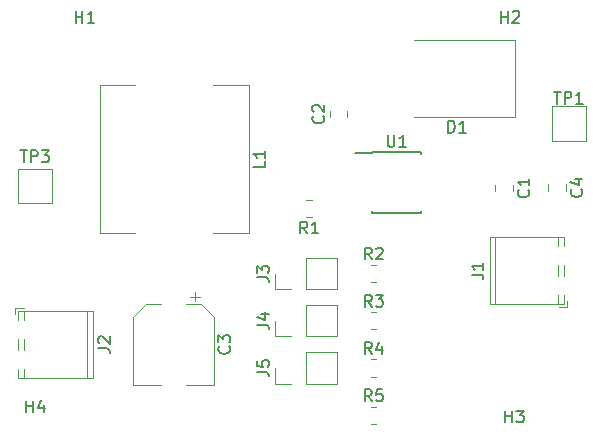
<source format=gbr>
%TF.GenerationSoftware,KiCad,Pcbnew,7.0.1*%
%TF.CreationDate,2023-04-21T16:13:52+02:00*%
%TF.ProjectId,sistabossen,73697374-6162-46f7-9373-656e2e6b6963,rev?*%
%TF.SameCoordinates,Original*%
%TF.FileFunction,Legend,Top*%
%TF.FilePolarity,Positive*%
%FSLAX46Y46*%
G04 Gerber Fmt 4.6, Leading zero omitted, Abs format (unit mm)*
G04 Created by KiCad (PCBNEW 7.0.1) date 2023-04-21 16:13:52*
%MOMM*%
%LPD*%
G01*
G04 APERTURE LIST*
%ADD10C,0.150000*%
%ADD11C,0.120000*%
G04 APERTURE END LIST*
D10*
%TO.C,U1*%
X101138095Y-53959675D02*
X101138095Y-54769198D01*
X101138095Y-54769198D02*
X101185714Y-54864436D01*
X101185714Y-54864436D02*
X101233333Y-54912056D01*
X101233333Y-54912056D02*
X101328571Y-54959675D01*
X101328571Y-54959675D02*
X101519047Y-54959675D01*
X101519047Y-54959675D02*
X101614285Y-54912056D01*
X101614285Y-54912056D02*
X101661904Y-54864436D01*
X101661904Y-54864436D02*
X101709523Y-54769198D01*
X101709523Y-54769198D02*
X101709523Y-53959675D01*
X102709523Y-54959675D02*
X102138095Y-54959675D01*
X102423809Y-54959675D02*
X102423809Y-53959675D01*
X102423809Y-53959675D02*
X102328571Y-54102532D01*
X102328571Y-54102532D02*
X102233333Y-54197770D01*
X102233333Y-54197770D02*
X102138095Y-54245389D01*
%TO.C,C4*%
X117547380Y-58579166D02*
X117595000Y-58626785D01*
X117595000Y-58626785D02*
X117642619Y-58769642D01*
X117642619Y-58769642D02*
X117642619Y-58864880D01*
X117642619Y-58864880D02*
X117595000Y-59007737D01*
X117595000Y-59007737D02*
X117499761Y-59102975D01*
X117499761Y-59102975D02*
X117404523Y-59150594D01*
X117404523Y-59150594D02*
X117214047Y-59198213D01*
X117214047Y-59198213D02*
X117071190Y-59198213D01*
X117071190Y-59198213D02*
X116880714Y-59150594D01*
X116880714Y-59150594D02*
X116785476Y-59102975D01*
X116785476Y-59102975D02*
X116690238Y-59007737D01*
X116690238Y-59007737D02*
X116642619Y-58864880D01*
X116642619Y-58864880D02*
X116642619Y-58769642D01*
X116642619Y-58769642D02*
X116690238Y-58626785D01*
X116690238Y-58626785D02*
X116737857Y-58579166D01*
X116975952Y-57722023D02*
X117642619Y-57722023D01*
X116595000Y-57960118D02*
X117309285Y-58198213D01*
X117309285Y-58198213D02*
X117309285Y-57579166D01*
%TO.C,J2*%
X76622619Y-72030389D02*
X77336904Y-72030389D01*
X77336904Y-72030389D02*
X77479761Y-72078008D01*
X77479761Y-72078008D02*
X77575000Y-72173246D01*
X77575000Y-72173246D02*
X77622619Y-72316103D01*
X77622619Y-72316103D02*
X77622619Y-72411341D01*
X76717857Y-71601817D02*
X76670238Y-71554198D01*
X76670238Y-71554198D02*
X76622619Y-71458960D01*
X76622619Y-71458960D02*
X76622619Y-71220865D01*
X76622619Y-71220865D02*
X76670238Y-71125627D01*
X76670238Y-71125627D02*
X76717857Y-71078008D01*
X76717857Y-71078008D02*
X76813095Y-71030389D01*
X76813095Y-71030389D02*
X76908333Y-71030389D01*
X76908333Y-71030389D02*
X77051190Y-71078008D01*
X77051190Y-71078008D02*
X77622619Y-71649436D01*
X77622619Y-71649436D02*
X77622619Y-71030389D01*
%TO.C,J3*%
X90092619Y-66030389D02*
X90806904Y-66030389D01*
X90806904Y-66030389D02*
X90949761Y-66078008D01*
X90949761Y-66078008D02*
X91045000Y-66173246D01*
X91045000Y-66173246D02*
X91092619Y-66316103D01*
X91092619Y-66316103D02*
X91092619Y-66411341D01*
X90092619Y-65649436D02*
X90092619Y-65030389D01*
X90092619Y-65030389D02*
X90473571Y-65363722D01*
X90473571Y-65363722D02*
X90473571Y-65220865D01*
X90473571Y-65220865D02*
X90521190Y-65125627D01*
X90521190Y-65125627D02*
X90568809Y-65078008D01*
X90568809Y-65078008D02*
X90664047Y-65030389D01*
X90664047Y-65030389D02*
X90902142Y-65030389D01*
X90902142Y-65030389D02*
X90997380Y-65078008D01*
X90997380Y-65078008D02*
X91045000Y-65125627D01*
X91045000Y-65125627D02*
X91092619Y-65220865D01*
X91092619Y-65220865D02*
X91092619Y-65506579D01*
X91092619Y-65506579D02*
X91045000Y-65601817D01*
X91045000Y-65601817D02*
X90997380Y-65649436D01*
%TO.C,J5*%
X90092619Y-74030389D02*
X90806904Y-74030389D01*
X90806904Y-74030389D02*
X90949761Y-74078008D01*
X90949761Y-74078008D02*
X91045000Y-74173246D01*
X91045000Y-74173246D02*
X91092619Y-74316103D01*
X91092619Y-74316103D02*
X91092619Y-74411341D01*
X90092619Y-73078008D02*
X90092619Y-73554198D01*
X90092619Y-73554198D02*
X90568809Y-73601817D01*
X90568809Y-73601817D02*
X90521190Y-73554198D01*
X90521190Y-73554198D02*
X90473571Y-73458960D01*
X90473571Y-73458960D02*
X90473571Y-73220865D01*
X90473571Y-73220865D02*
X90521190Y-73125627D01*
X90521190Y-73125627D02*
X90568809Y-73078008D01*
X90568809Y-73078008D02*
X90664047Y-73030389D01*
X90664047Y-73030389D02*
X90902142Y-73030389D01*
X90902142Y-73030389D02*
X90997380Y-73078008D01*
X90997380Y-73078008D02*
X91045000Y-73125627D01*
X91045000Y-73125627D02*
X91092619Y-73220865D01*
X91092619Y-73220865D02*
X91092619Y-73458960D01*
X91092619Y-73458960D02*
X91045000Y-73554198D01*
X91045000Y-73554198D02*
X90997380Y-73601817D01*
%TO.C,C1*%
X113047380Y-58616666D02*
X113095000Y-58664285D01*
X113095000Y-58664285D02*
X113142619Y-58807142D01*
X113142619Y-58807142D02*
X113142619Y-58902380D01*
X113142619Y-58902380D02*
X113095000Y-59045237D01*
X113095000Y-59045237D02*
X112999761Y-59140475D01*
X112999761Y-59140475D02*
X112904523Y-59188094D01*
X112904523Y-59188094D02*
X112714047Y-59235713D01*
X112714047Y-59235713D02*
X112571190Y-59235713D01*
X112571190Y-59235713D02*
X112380714Y-59188094D01*
X112380714Y-59188094D02*
X112285476Y-59140475D01*
X112285476Y-59140475D02*
X112190238Y-59045237D01*
X112190238Y-59045237D02*
X112142619Y-58902380D01*
X112142619Y-58902380D02*
X112142619Y-58807142D01*
X112142619Y-58807142D02*
X112190238Y-58664285D01*
X112190238Y-58664285D02*
X112237857Y-58616666D01*
X113142619Y-57664285D02*
X113142619Y-58235713D01*
X113142619Y-57949999D02*
X112142619Y-57949999D01*
X112142619Y-57949999D02*
X112285476Y-58045237D01*
X112285476Y-58045237D02*
X112380714Y-58140475D01*
X112380714Y-58140475D02*
X112428333Y-58235713D01*
%TO.C,J4*%
X90092619Y-70030389D02*
X90806904Y-70030389D01*
X90806904Y-70030389D02*
X90949761Y-70078008D01*
X90949761Y-70078008D02*
X91045000Y-70173246D01*
X91045000Y-70173246D02*
X91092619Y-70316103D01*
X91092619Y-70316103D02*
X91092619Y-70411341D01*
X90425952Y-69125627D02*
X91092619Y-69125627D01*
X90045000Y-69363722D02*
X90759285Y-69601817D01*
X90759285Y-69601817D02*
X90759285Y-68982770D01*
%TO.C,J1*%
X108262619Y-65800389D02*
X108976904Y-65800389D01*
X108976904Y-65800389D02*
X109119761Y-65848008D01*
X109119761Y-65848008D02*
X109215000Y-65943246D01*
X109215000Y-65943246D02*
X109262619Y-66086103D01*
X109262619Y-66086103D02*
X109262619Y-66181341D01*
X109262619Y-64800389D02*
X109262619Y-65371817D01*
X109262619Y-65086103D02*
X108262619Y-65086103D01*
X108262619Y-65086103D02*
X108405476Y-65181341D01*
X108405476Y-65181341D02*
X108500714Y-65276579D01*
X108500714Y-65276579D02*
X108548333Y-65371817D01*
%TO.C,C2*%
X95687380Y-52363722D02*
X95735000Y-52411341D01*
X95735000Y-52411341D02*
X95782619Y-52554198D01*
X95782619Y-52554198D02*
X95782619Y-52649436D01*
X95782619Y-52649436D02*
X95735000Y-52792293D01*
X95735000Y-52792293D02*
X95639761Y-52887531D01*
X95639761Y-52887531D02*
X95544523Y-52935150D01*
X95544523Y-52935150D02*
X95354047Y-52982769D01*
X95354047Y-52982769D02*
X95211190Y-52982769D01*
X95211190Y-52982769D02*
X95020714Y-52935150D01*
X95020714Y-52935150D02*
X94925476Y-52887531D01*
X94925476Y-52887531D02*
X94830238Y-52792293D01*
X94830238Y-52792293D02*
X94782619Y-52649436D01*
X94782619Y-52649436D02*
X94782619Y-52554198D01*
X94782619Y-52554198D02*
X94830238Y-52411341D01*
X94830238Y-52411341D02*
X94877857Y-52363722D01*
X94877857Y-51982769D02*
X94830238Y-51935150D01*
X94830238Y-51935150D02*
X94782619Y-51839912D01*
X94782619Y-51839912D02*
X94782619Y-51601817D01*
X94782619Y-51601817D02*
X94830238Y-51506579D01*
X94830238Y-51506579D02*
X94877857Y-51458960D01*
X94877857Y-51458960D02*
X94973095Y-51411341D01*
X94973095Y-51411341D02*
X95068333Y-51411341D01*
X95068333Y-51411341D02*
X95211190Y-51458960D01*
X95211190Y-51458960D02*
X95782619Y-52030388D01*
X95782619Y-52030388D02*
X95782619Y-51411341D01*
%TO.C,R4*%
X99793333Y-72509675D02*
X99460000Y-72033484D01*
X99221905Y-72509675D02*
X99221905Y-71509675D01*
X99221905Y-71509675D02*
X99602857Y-71509675D01*
X99602857Y-71509675D02*
X99698095Y-71557294D01*
X99698095Y-71557294D02*
X99745714Y-71604913D01*
X99745714Y-71604913D02*
X99793333Y-71700151D01*
X99793333Y-71700151D02*
X99793333Y-71843008D01*
X99793333Y-71843008D02*
X99745714Y-71938246D01*
X99745714Y-71938246D02*
X99698095Y-71985865D01*
X99698095Y-71985865D02*
X99602857Y-72033484D01*
X99602857Y-72033484D02*
X99221905Y-72033484D01*
X100650476Y-71843008D02*
X100650476Y-72509675D01*
X100412381Y-71462056D02*
X100174286Y-72176341D01*
X100174286Y-72176341D02*
X100793333Y-72176341D01*
%TO.C,R2*%
X99793333Y-64509675D02*
X99460000Y-64033484D01*
X99221905Y-64509675D02*
X99221905Y-63509675D01*
X99221905Y-63509675D02*
X99602857Y-63509675D01*
X99602857Y-63509675D02*
X99698095Y-63557294D01*
X99698095Y-63557294D02*
X99745714Y-63604913D01*
X99745714Y-63604913D02*
X99793333Y-63700151D01*
X99793333Y-63700151D02*
X99793333Y-63843008D01*
X99793333Y-63843008D02*
X99745714Y-63938246D01*
X99745714Y-63938246D02*
X99698095Y-63985865D01*
X99698095Y-63985865D02*
X99602857Y-64033484D01*
X99602857Y-64033484D02*
X99221905Y-64033484D01*
X100174286Y-63604913D02*
X100221905Y-63557294D01*
X100221905Y-63557294D02*
X100317143Y-63509675D01*
X100317143Y-63509675D02*
X100555238Y-63509675D01*
X100555238Y-63509675D02*
X100650476Y-63557294D01*
X100650476Y-63557294D02*
X100698095Y-63604913D01*
X100698095Y-63604913D02*
X100745714Y-63700151D01*
X100745714Y-63700151D02*
X100745714Y-63795389D01*
X100745714Y-63795389D02*
X100698095Y-63938246D01*
X100698095Y-63938246D02*
X100126667Y-64509675D01*
X100126667Y-64509675D02*
X100745714Y-64509675D01*
%TO.C,R3*%
X99793333Y-68509675D02*
X99460000Y-68033484D01*
X99221905Y-68509675D02*
X99221905Y-67509675D01*
X99221905Y-67509675D02*
X99602857Y-67509675D01*
X99602857Y-67509675D02*
X99698095Y-67557294D01*
X99698095Y-67557294D02*
X99745714Y-67604913D01*
X99745714Y-67604913D02*
X99793333Y-67700151D01*
X99793333Y-67700151D02*
X99793333Y-67843008D01*
X99793333Y-67843008D02*
X99745714Y-67938246D01*
X99745714Y-67938246D02*
X99698095Y-67985865D01*
X99698095Y-67985865D02*
X99602857Y-68033484D01*
X99602857Y-68033484D02*
X99221905Y-68033484D01*
X100126667Y-67509675D02*
X100745714Y-67509675D01*
X100745714Y-67509675D02*
X100412381Y-67890627D01*
X100412381Y-67890627D02*
X100555238Y-67890627D01*
X100555238Y-67890627D02*
X100650476Y-67938246D01*
X100650476Y-67938246D02*
X100698095Y-67985865D01*
X100698095Y-67985865D02*
X100745714Y-68081103D01*
X100745714Y-68081103D02*
X100745714Y-68319198D01*
X100745714Y-68319198D02*
X100698095Y-68414436D01*
X100698095Y-68414436D02*
X100650476Y-68462056D01*
X100650476Y-68462056D02*
X100555238Y-68509675D01*
X100555238Y-68509675D02*
X100269524Y-68509675D01*
X100269524Y-68509675D02*
X100174286Y-68462056D01*
X100174286Y-68462056D02*
X100126667Y-68414436D01*
%TO.C,C3*%
X87717380Y-71863722D02*
X87765000Y-71911341D01*
X87765000Y-71911341D02*
X87812619Y-72054198D01*
X87812619Y-72054198D02*
X87812619Y-72149436D01*
X87812619Y-72149436D02*
X87765000Y-72292293D01*
X87765000Y-72292293D02*
X87669761Y-72387531D01*
X87669761Y-72387531D02*
X87574523Y-72435150D01*
X87574523Y-72435150D02*
X87384047Y-72482769D01*
X87384047Y-72482769D02*
X87241190Y-72482769D01*
X87241190Y-72482769D02*
X87050714Y-72435150D01*
X87050714Y-72435150D02*
X86955476Y-72387531D01*
X86955476Y-72387531D02*
X86860238Y-72292293D01*
X86860238Y-72292293D02*
X86812619Y-72149436D01*
X86812619Y-72149436D02*
X86812619Y-72054198D01*
X86812619Y-72054198D02*
X86860238Y-71911341D01*
X86860238Y-71911341D02*
X86907857Y-71863722D01*
X86812619Y-71530388D02*
X86812619Y-70911341D01*
X86812619Y-70911341D02*
X87193571Y-71244674D01*
X87193571Y-71244674D02*
X87193571Y-71101817D01*
X87193571Y-71101817D02*
X87241190Y-71006579D01*
X87241190Y-71006579D02*
X87288809Y-70958960D01*
X87288809Y-70958960D02*
X87384047Y-70911341D01*
X87384047Y-70911341D02*
X87622142Y-70911341D01*
X87622142Y-70911341D02*
X87717380Y-70958960D01*
X87717380Y-70958960D02*
X87765000Y-71006579D01*
X87765000Y-71006579D02*
X87812619Y-71101817D01*
X87812619Y-71101817D02*
X87812619Y-71387531D01*
X87812619Y-71387531D02*
X87765000Y-71482769D01*
X87765000Y-71482769D02*
X87717380Y-71530388D01*
%TO.C,TP3*%
X70038095Y-55262619D02*
X70609523Y-55262619D01*
X70323809Y-56262619D02*
X70323809Y-55262619D01*
X70942857Y-56262619D02*
X70942857Y-55262619D01*
X70942857Y-55262619D02*
X71323809Y-55262619D01*
X71323809Y-55262619D02*
X71419047Y-55310238D01*
X71419047Y-55310238D02*
X71466666Y-55357857D01*
X71466666Y-55357857D02*
X71514285Y-55453095D01*
X71514285Y-55453095D02*
X71514285Y-55595952D01*
X71514285Y-55595952D02*
X71466666Y-55691190D01*
X71466666Y-55691190D02*
X71419047Y-55738809D01*
X71419047Y-55738809D02*
X71323809Y-55786428D01*
X71323809Y-55786428D02*
X70942857Y-55786428D01*
X71847619Y-55262619D02*
X72466666Y-55262619D01*
X72466666Y-55262619D02*
X72133333Y-55643571D01*
X72133333Y-55643571D02*
X72276190Y-55643571D01*
X72276190Y-55643571D02*
X72371428Y-55691190D01*
X72371428Y-55691190D02*
X72419047Y-55738809D01*
X72419047Y-55738809D02*
X72466666Y-55834047D01*
X72466666Y-55834047D02*
X72466666Y-56072142D01*
X72466666Y-56072142D02*
X72419047Y-56167380D01*
X72419047Y-56167380D02*
X72371428Y-56215000D01*
X72371428Y-56215000D02*
X72276190Y-56262619D01*
X72276190Y-56262619D02*
X71990476Y-56262619D01*
X71990476Y-56262619D02*
X71895238Y-56215000D01*
X71895238Y-56215000D02*
X71847619Y-56167380D01*
%TO.C,H3*%
X111095151Y-78305875D02*
X111095151Y-77305875D01*
X111095151Y-77782065D02*
X111666579Y-77782065D01*
X111666579Y-78305875D02*
X111666579Y-77305875D01*
X112047532Y-77305875D02*
X112666579Y-77305875D01*
X112666579Y-77305875D02*
X112333246Y-77686827D01*
X112333246Y-77686827D02*
X112476103Y-77686827D01*
X112476103Y-77686827D02*
X112571341Y-77734446D01*
X112571341Y-77734446D02*
X112618960Y-77782065D01*
X112618960Y-77782065D02*
X112666579Y-77877303D01*
X112666579Y-77877303D02*
X112666579Y-78115398D01*
X112666579Y-78115398D02*
X112618960Y-78210636D01*
X112618960Y-78210636D02*
X112571341Y-78258256D01*
X112571341Y-78258256D02*
X112476103Y-78305875D01*
X112476103Y-78305875D02*
X112190389Y-78305875D01*
X112190389Y-78305875D02*
X112095151Y-78258256D01*
X112095151Y-78258256D02*
X112047532Y-78210636D01*
%TO.C,R5*%
X99793333Y-76509675D02*
X99460000Y-76033484D01*
X99221905Y-76509675D02*
X99221905Y-75509675D01*
X99221905Y-75509675D02*
X99602857Y-75509675D01*
X99602857Y-75509675D02*
X99698095Y-75557294D01*
X99698095Y-75557294D02*
X99745714Y-75604913D01*
X99745714Y-75604913D02*
X99793333Y-75700151D01*
X99793333Y-75700151D02*
X99793333Y-75843008D01*
X99793333Y-75843008D02*
X99745714Y-75938246D01*
X99745714Y-75938246D02*
X99698095Y-75985865D01*
X99698095Y-75985865D02*
X99602857Y-76033484D01*
X99602857Y-76033484D02*
X99221905Y-76033484D01*
X100698095Y-75509675D02*
X100221905Y-75509675D01*
X100221905Y-75509675D02*
X100174286Y-75985865D01*
X100174286Y-75985865D02*
X100221905Y-75938246D01*
X100221905Y-75938246D02*
X100317143Y-75890627D01*
X100317143Y-75890627D02*
X100555238Y-75890627D01*
X100555238Y-75890627D02*
X100650476Y-75938246D01*
X100650476Y-75938246D02*
X100698095Y-75985865D01*
X100698095Y-75985865D02*
X100745714Y-76081103D01*
X100745714Y-76081103D02*
X100745714Y-76319198D01*
X100745714Y-76319198D02*
X100698095Y-76414436D01*
X100698095Y-76414436D02*
X100650476Y-76462056D01*
X100650476Y-76462056D02*
X100555238Y-76509675D01*
X100555238Y-76509675D02*
X100317143Y-76509675D01*
X100317143Y-76509675D02*
X100221905Y-76462056D01*
X100221905Y-76462056D02*
X100174286Y-76414436D01*
%TO.C,R1*%
X94333333Y-62309675D02*
X94000000Y-61833484D01*
X93761905Y-62309675D02*
X93761905Y-61309675D01*
X93761905Y-61309675D02*
X94142857Y-61309675D01*
X94142857Y-61309675D02*
X94238095Y-61357294D01*
X94238095Y-61357294D02*
X94285714Y-61404913D01*
X94285714Y-61404913D02*
X94333333Y-61500151D01*
X94333333Y-61500151D02*
X94333333Y-61643008D01*
X94333333Y-61643008D02*
X94285714Y-61738246D01*
X94285714Y-61738246D02*
X94238095Y-61785865D01*
X94238095Y-61785865D02*
X94142857Y-61833484D01*
X94142857Y-61833484D02*
X93761905Y-61833484D01*
X95285714Y-62309675D02*
X94714286Y-62309675D01*
X95000000Y-62309675D02*
X95000000Y-61309675D01*
X95000000Y-61309675D02*
X94904762Y-61452532D01*
X94904762Y-61452532D02*
X94809524Y-61547770D01*
X94809524Y-61547770D02*
X94714286Y-61595389D01*
%TO.C,H2*%
X110738095Y-44462619D02*
X110738095Y-43462619D01*
X110738095Y-43938809D02*
X111309523Y-43938809D01*
X111309523Y-44462619D02*
X111309523Y-43462619D01*
X111738095Y-43557857D02*
X111785714Y-43510238D01*
X111785714Y-43510238D02*
X111880952Y-43462619D01*
X111880952Y-43462619D02*
X112119047Y-43462619D01*
X112119047Y-43462619D02*
X112214285Y-43510238D01*
X112214285Y-43510238D02*
X112261904Y-43557857D01*
X112261904Y-43557857D02*
X112309523Y-43653095D01*
X112309523Y-43653095D02*
X112309523Y-43748333D01*
X112309523Y-43748333D02*
X112261904Y-43891190D01*
X112261904Y-43891190D02*
X111690476Y-44462619D01*
X111690476Y-44462619D02*
X112309523Y-44462619D01*
%TO.C,TP1*%
X115238095Y-50314619D02*
X115809523Y-50314619D01*
X115523809Y-51314619D02*
X115523809Y-50314619D01*
X116142857Y-51314619D02*
X116142857Y-50314619D01*
X116142857Y-50314619D02*
X116523809Y-50314619D01*
X116523809Y-50314619D02*
X116619047Y-50362238D01*
X116619047Y-50362238D02*
X116666666Y-50409857D01*
X116666666Y-50409857D02*
X116714285Y-50505095D01*
X116714285Y-50505095D02*
X116714285Y-50647952D01*
X116714285Y-50647952D02*
X116666666Y-50743190D01*
X116666666Y-50743190D02*
X116619047Y-50790809D01*
X116619047Y-50790809D02*
X116523809Y-50838428D01*
X116523809Y-50838428D02*
X116142857Y-50838428D01*
X117666666Y-51314619D02*
X117095238Y-51314619D01*
X117380952Y-51314619D02*
X117380952Y-50314619D01*
X117380952Y-50314619D02*
X117285714Y-50457476D01*
X117285714Y-50457476D02*
X117190476Y-50552714D01*
X117190476Y-50552714D02*
X117095238Y-50600333D01*
%TO.C,H1*%
X74738095Y-44462619D02*
X74738095Y-43462619D01*
X74738095Y-43938809D02*
X75309523Y-43938809D01*
X75309523Y-44462619D02*
X75309523Y-43462619D01*
X76309523Y-44462619D02*
X75738095Y-44462619D01*
X76023809Y-44462619D02*
X76023809Y-43462619D01*
X76023809Y-43462619D02*
X75928571Y-43605476D01*
X75928571Y-43605476D02*
X75833333Y-43700714D01*
X75833333Y-43700714D02*
X75738095Y-43748333D01*
%TO.C,L1*%
X90759675Y-56166666D02*
X90759675Y-56642856D01*
X90759675Y-56642856D02*
X89759675Y-56642856D01*
X90759675Y-55309523D02*
X90759675Y-55880951D01*
X90759675Y-55595237D02*
X89759675Y-55595237D01*
X89759675Y-55595237D02*
X89902532Y-55690475D01*
X89902532Y-55690475D02*
X89997770Y-55785713D01*
X89997770Y-55785713D02*
X90045389Y-55880951D01*
%TO.C,D1*%
X106261905Y-53759675D02*
X106261905Y-52759675D01*
X106261905Y-52759675D02*
X106500000Y-52759675D01*
X106500000Y-52759675D02*
X106642857Y-52807294D01*
X106642857Y-52807294D02*
X106738095Y-52902532D01*
X106738095Y-52902532D02*
X106785714Y-52997770D01*
X106785714Y-52997770D02*
X106833333Y-53188246D01*
X106833333Y-53188246D02*
X106833333Y-53331103D01*
X106833333Y-53331103D02*
X106785714Y-53521579D01*
X106785714Y-53521579D02*
X106738095Y-53616817D01*
X106738095Y-53616817D02*
X106642857Y-53712056D01*
X106642857Y-53712056D02*
X106500000Y-53759675D01*
X106500000Y-53759675D02*
X106261905Y-53759675D01*
X107785714Y-53759675D02*
X107214286Y-53759675D01*
X107500000Y-53759675D02*
X107500000Y-52759675D01*
X107500000Y-52759675D02*
X107404762Y-52902532D01*
X107404762Y-52902532D02*
X107309524Y-52997770D01*
X107309524Y-52997770D02*
X107214286Y-53045389D01*
%TO.C,H4*%
X70541039Y-77459675D02*
X70541039Y-76459675D01*
X70541039Y-76935865D02*
X71112467Y-76935865D01*
X71112467Y-77459675D02*
X71112467Y-76459675D01*
X72017229Y-76793008D02*
X72017229Y-77459675D01*
X71779134Y-76412056D02*
X71541039Y-77126341D01*
X71541039Y-77126341D02*
X72160086Y-77126341D01*
%TO.C,U1*%
X99825000Y-55422056D02*
X99825000Y-55472056D01*
X99825000Y-55422056D02*
X103975000Y-55422056D01*
X99825000Y-55472056D02*
X98425000Y-55472056D01*
X99825000Y-60572056D02*
X99825000Y-60427056D01*
X99825000Y-60572056D02*
X103975000Y-60572056D01*
X103975000Y-55422056D02*
X103975000Y-55567056D01*
X103975000Y-60572056D02*
X103975000Y-60427056D01*
D11*
%TO.C,C4*%
X116235000Y-58151248D02*
X116235000Y-58673752D01*
X114765000Y-58151248D02*
X114765000Y-58673752D01*
%TO.C,J2*%
X70340000Y-68627056D02*
X69600000Y-68627056D01*
X69600000Y-68627056D02*
X69600000Y-69127056D01*
X76160000Y-68867056D02*
X69840000Y-68867056D01*
X76160000Y-68867056D02*
X76160000Y-74527056D01*
X75700000Y-68867056D02*
X75700000Y-74527056D01*
X70400000Y-68867056D02*
X70400000Y-69637056D01*
X69840000Y-68867056D02*
X69840000Y-69637056D01*
X70400000Y-71217056D02*
X70400000Y-72177056D01*
X69840000Y-71217056D02*
X69840000Y-72177056D01*
X70400000Y-73757056D02*
X70400000Y-74527056D01*
X69840000Y-73757056D02*
X69840000Y-74527056D01*
X76160000Y-74527056D02*
X69840000Y-74527056D01*
%TO.C,J3*%
X91630000Y-67027056D02*
X91630000Y-65697056D01*
X92960000Y-67027056D02*
X91630000Y-67027056D01*
X94230000Y-67027056D02*
X96830000Y-67027056D01*
X94230000Y-67027056D02*
X94230000Y-64367056D01*
X96830000Y-67027056D02*
X96830000Y-64367056D01*
X94230000Y-64367056D02*
X96830000Y-64367056D01*
%TO.C,J5*%
X91630000Y-75027056D02*
X91630000Y-73697056D01*
X92960000Y-75027056D02*
X91630000Y-75027056D01*
X94230000Y-75027056D02*
X96830000Y-75027056D01*
X94230000Y-75027056D02*
X94230000Y-72367056D01*
X96830000Y-75027056D02*
X96830000Y-72367056D01*
X94230000Y-72367056D02*
X96830000Y-72367056D01*
%TO.C,C1*%
X111735000Y-58188748D02*
X111735000Y-58711252D01*
X110265000Y-58188748D02*
X110265000Y-58711252D01*
%TO.C,J4*%
X91630000Y-71027056D02*
X91630000Y-69697056D01*
X92960000Y-71027056D02*
X91630000Y-71027056D01*
X94230000Y-71027056D02*
X96830000Y-71027056D01*
X94230000Y-71027056D02*
X94230000Y-68367056D01*
X96830000Y-71027056D02*
X96830000Y-68367056D01*
X94230000Y-68367056D02*
X96830000Y-68367056D01*
%TO.C,J1*%
X115620000Y-68537056D02*
X116360000Y-68537056D01*
X116360000Y-68537056D02*
X116360000Y-68037056D01*
X109800000Y-68297056D02*
X116120000Y-68297056D01*
X109800000Y-68297056D02*
X109800000Y-62637056D01*
X110260000Y-68297056D02*
X110260000Y-62637056D01*
X115560000Y-68297056D02*
X115560000Y-67527056D01*
X116120000Y-68297056D02*
X116120000Y-67527056D01*
X115560000Y-65947056D02*
X115560000Y-64987056D01*
X116120000Y-65947056D02*
X116120000Y-64987056D01*
X115560000Y-63407056D02*
X115560000Y-62637056D01*
X116120000Y-63407056D02*
X116120000Y-62637056D01*
X109800000Y-62637056D02*
X116120000Y-62637056D01*
%TO.C,C2*%
X96265000Y-52458308D02*
X96265000Y-51935804D01*
X97735000Y-52458308D02*
X97735000Y-51935804D01*
%TO.C,R4*%
X99732936Y-72962056D02*
X100187064Y-72962056D01*
X99732936Y-74432056D02*
X100187064Y-74432056D01*
%TO.C,R2*%
X99732936Y-64962056D02*
X100187064Y-64962056D01*
X99732936Y-66432056D02*
X100187064Y-66432056D01*
%TO.C,R3*%
X99732936Y-68962056D02*
X100187064Y-68962056D01*
X99732936Y-70432056D02*
X100187064Y-70432056D01*
%TO.C,C3*%
X84847500Y-67259556D02*
X84847500Y-68047056D01*
X85241250Y-67653306D02*
X84453750Y-67653306D01*
X85345563Y-68287056D02*
X84060000Y-68287056D01*
X85345563Y-68287056D02*
X86410000Y-69351493D01*
X80654437Y-68287056D02*
X81940000Y-68287056D01*
X80654437Y-68287056D02*
X79590000Y-69351493D01*
X86410000Y-69351493D02*
X86410000Y-75107056D01*
X79590000Y-69351493D02*
X79590000Y-75107056D01*
X86410000Y-75107056D02*
X84060000Y-75107056D01*
X79590000Y-75107056D02*
X81940000Y-75107056D01*
%TO.C,TP3*%
X69850000Y-56850000D02*
X72750000Y-56850000D01*
X69850000Y-59750000D02*
X69850000Y-56850000D01*
X72750000Y-56850000D02*
X72750000Y-59750000D01*
X72750000Y-59750000D02*
X69850000Y-59750000D01*
%TO.C,R5*%
X99732936Y-76962056D02*
X100187064Y-76962056D01*
X99732936Y-78432056D02*
X100187064Y-78432056D01*
%TO.C,R1*%
X94727064Y-60932056D02*
X94272936Y-60932056D01*
X94727064Y-59462056D02*
X94272936Y-59462056D01*
%TO.C,TP1*%
X115050000Y-51550000D02*
X117950000Y-51550000D01*
X115050000Y-54450000D02*
X115050000Y-51550000D01*
X117950000Y-51550000D02*
X117950000Y-54450000D01*
X117950000Y-54450000D02*
X115050000Y-54450000D01*
%TO.C,L1*%
X89397056Y-49700000D02*
X89397056Y-62300000D01*
X86397056Y-49700000D02*
X89397056Y-49700000D01*
X76797056Y-49700000D02*
X79797056Y-49700000D01*
X89397056Y-62300000D02*
X86397056Y-62300000D01*
X79797056Y-62300000D02*
X76797056Y-62300000D01*
X76797056Y-62300000D02*
X76797056Y-49700000D01*
%TO.C,D1*%
X111910000Y-52447056D02*
X103400000Y-52447056D01*
X111910000Y-45947056D02*
X111910000Y-52447056D01*
X111910000Y-45947056D02*
X103400000Y-45947056D01*
%TD*%
M02*

</source>
